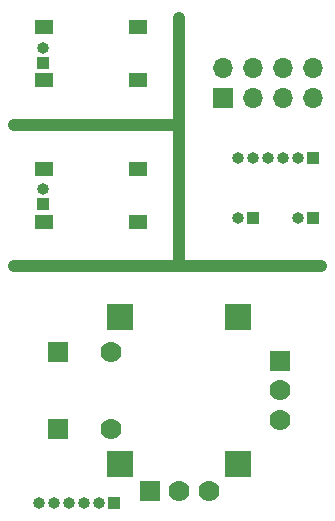
<source format=gbr>
%TF.GenerationSoftware,KiCad,Pcbnew,5.1.8-db9833491~87~ubuntu20.04.1*%
%TF.CreationDate,2020-11-15T18:33:08-08:00*%
%TF.ProjectId,inflow-controller-v0,696e666c-6f77-42d6-936f-6e74726f6c6c,rev?*%
%TF.SameCoordinates,Original*%
%TF.FileFunction,Soldermask,Top*%
%TF.FilePolarity,Negative*%
%FSLAX46Y46*%
G04 Gerber Fmt 4.6, Leading zero omitted, Abs format (unit mm)*
G04 Created by KiCad (PCBNEW 5.1.8-db9833491~87~ubuntu20.04.1) date 2020-11-15 18:33:08*
%MOMM*%
%LPD*%
G01*
G04 APERTURE LIST*
%ADD10C,1.000000*%
%ADD11R,1.778000X1.778000*%
%ADD12C,1.778000*%
%ADD13R,2.286000X2.286000*%
%ADD14R,1.550000X1.300000*%
%ADD15O,1.000000X1.000000*%
%ADD16R,1.000000X1.000000*%
%ADD17O,1.700000X1.700000*%
%ADD18R,1.700000X1.700000*%
G04 APERTURE END LIST*
D10*
X110000000Y-114000000D02*
X110000000Y-93500000D01*
X96000000Y-102500000D02*
X109500000Y-102500000D01*
X96000000Y-114500000D02*
X122000000Y-114500000D01*
D11*
%TO.C,X301*%
X107500000Y-133500000D03*
D12*
X110000000Y-133500000D03*
X112500000Y-133500000D03*
D13*
X115000000Y-131250000D03*
X105000000Y-131250000D03*
X105000000Y-118750000D03*
X115000000Y-118750000D03*
D12*
X118500000Y-127500000D03*
X118500000Y-125000000D03*
D11*
X118500000Y-122500000D03*
X99750000Y-128250000D03*
X99750000Y-121750000D03*
D12*
X104250000Y-128250000D03*
X104250000Y-121750000D03*
%TD*%
D14*
%TO.C,SW201*%
X106475000Y-110750000D03*
X98525000Y-110750000D03*
X106475000Y-106250000D03*
X98525000Y-106250000D03*
%TD*%
%TO.C,SW101*%
X106475000Y-98750000D03*
X98525000Y-98750000D03*
X106475000Y-94250000D03*
X98525000Y-94250000D03*
%TD*%
D15*
%TO.C,J403*%
X114970000Y-105320000D03*
X116240000Y-105320000D03*
X117510000Y-105320000D03*
X118780000Y-105320000D03*
X120050000Y-105320000D03*
D16*
X121320000Y-105320000D03*
%TD*%
D15*
%TO.C,J402*%
X114970000Y-110400000D03*
D16*
X116240000Y-110400000D03*
%TD*%
D15*
%TO.C,J401*%
X120050000Y-110400000D03*
D16*
X121320000Y-110400000D03*
%TD*%
D15*
%TO.C,J303*%
X98150000Y-134500000D03*
X99420000Y-134500000D03*
X100690000Y-134500000D03*
X101960000Y-134500000D03*
X103230000Y-134500000D03*
D16*
X104500000Y-134500000D03*
%TD*%
%TO.C,J202*%
X98500000Y-109250000D03*
D15*
X98500000Y-107980000D03*
%TD*%
%TO.C,J101*%
X98500000Y-95980000D03*
D16*
X98500000Y-97250000D03*
%TD*%
D17*
%TO.C,CN401*%
X121320000Y-97700000D03*
X121320000Y-100240000D03*
X118780000Y-97700000D03*
X118780000Y-100240000D03*
X116240000Y-97700000D03*
X116240000Y-100240000D03*
X113700000Y-97700000D03*
D18*
X113700000Y-100240000D03*
%TD*%
M02*

</source>
